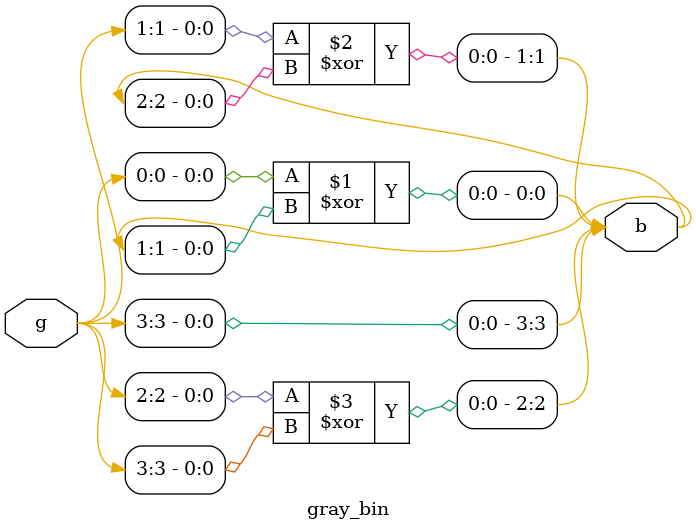
<source format=v>
`timescale 1ns / 1ps


module gray_bin(
    input [3:0] g,
    output [3:0] b
);
assign b[0]=g[0]^b[1];
assign b[1]=g[1]^b[2];
assign b[2]=g[2]^b[3];
assign b[3]=g[3];
endmodule

</source>
